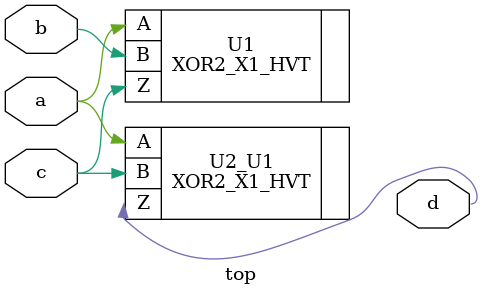
<source format=v>
module top(a,b,c,d);
   input a;
   input b;
   inout c;
   output d;
  XOR2_X1_HVT U1 (.Z(c), .A(a), .B(b));
  XOR2_X1_HVT U2_U1 (.Z(d), .A(a), .B(c));
endmodule


</source>
